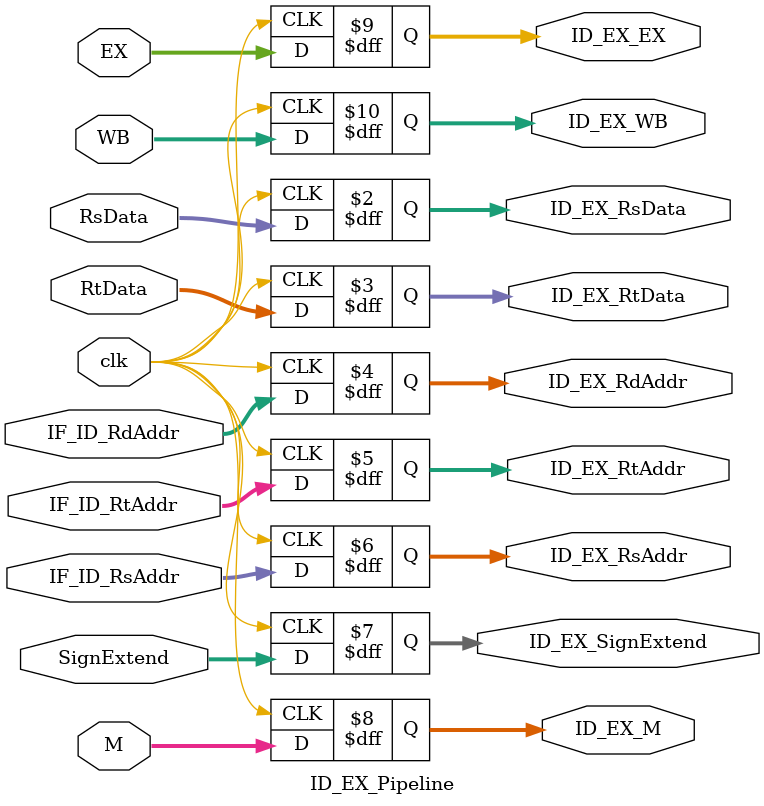
<source format=v>
module ID_EX_Pipeline(
    //output
    output reg[31:0] ID_EX_RsData,
    output reg[31:0] ID_EX_RtData,
    output reg[4:0] ID_EX_RdAddr,
    output reg[4:0] ID_EX_RtAddr,
    output reg[4:0] ID_EX_RsAddr,
    output reg[31:0] ID_EX_SignExtend,
    output reg [1:0] ID_EX_M,
    output reg [3:0] ID_EX_EX,
    output reg [1:0]ID_EX_WB,
    //input
    input [31:0] RsData,
    input [31:0] RtData,
    input [4:0] IF_ID_RdAddr,
    input [4:0] IF_ID_RtAddr,
    input [4:0] IF_ID_RsAddr,
    input [31:0] SignExtend,
    input [1:0] M,
    input [3:0] EX,
    input [1:0] WB,
    input clk
);


always@(posedge clk)begin
    ID_EX_RsData <= RsData;
    ID_EX_RtData <= RtData;
    ID_EX_RdAddr <= IF_ID_RdAddr;
    ID_EX_RtAddr <= IF_ID_RtAddr;
    ID_EX_RsAddr <= IF_ID_RsAddr;
    ID_EX_SignExtend <= SignExtend;
    ID_EX_WB <= WB;
    ID_EX_M <= M;
    ID_EX_EX <= EX;
end
endmodule
</source>
